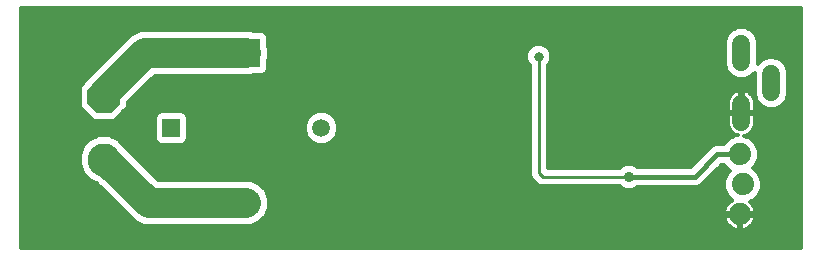
<source format=gbl>
G75*
%MOIN*%
%OFA0B0*%
%FSLAX25Y25*%
%IPPOS*%
%LPD*%
%AMOC8*
5,1,8,0,0,1.08239X$1,22.5*
%
%ADD10C,0.06000*%
%ADD11R,0.05937X0.05937*%
%ADD12C,0.05937*%
%ADD13R,0.09449X0.09449*%
%ADD14C,0.09449*%
%ADD15OC8,0.11000*%
%ADD16C,0.11000*%
%ADD17C,0.07400*%
%ADD18C,0.03200*%
%ADD19C,0.01200*%
%ADD20C,0.01000*%
%ADD21C,0.03562*%
%ADD22C,0.01600*%
%ADD23C,0.10000*%
D10*
X0253300Y0043600D02*
X0253300Y0049600D01*
X0263300Y0053600D02*
X0263300Y0059600D01*
X0253300Y0063600D02*
X0253300Y0069600D01*
D11*
X0063300Y0041600D03*
D12*
X0113300Y0041600D03*
D13*
X0088300Y0066600D03*
D14*
X0088300Y0016600D03*
D15*
X0040800Y0052100D03*
D16*
X0040800Y0031100D03*
D17*
X0252800Y0032850D03*
X0253800Y0022850D03*
X0252800Y0012850D03*
D18*
X0147050Y0024100D03*
X0120800Y0014100D03*
X0215800Y0046600D03*
X0193300Y0056600D03*
X0185800Y0065350D03*
X0178300Y0065350D03*
X0168300Y0065350D03*
D19*
X0273300Y0001600D02*
X0013300Y0001600D01*
X0013300Y0081600D01*
X0273300Y0081600D01*
X0273300Y0001600D01*
X0013300Y0001600D01*
X0013300Y0002799D02*
X0273300Y0002799D01*
X0273300Y0003997D02*
X0013300Y0003997D01*
X0013300Y0005196D02*
X0273300Y0005196D01*
X0273300Y0006394D02*
X0013300Y0006394D01*
X0013300Y0007593D02*
X0252114Y0007593D01*
X0252383Y0007550D02*
X0252400Y0007550D01*
X0252400Y0012450D01*
X0253200Y0012450D01*
X0253200Y0013250D01*
X0258100Y0013250D01*
X0258100Y0013267D01*
X0257969Y0014091D01*
X0257712Y0014884D01*
X0257333Y0015628D01*
X0256843Y0016303D01*
X0256253Y0016893D01*
X0256117Y0016991D01*
X0257369Y0017509D01*
X0259141Y0019281D01*
X0260100Y0021597D01*
X0260100Y0024103D01*
X0259141Y0026419D01*
X0257369Y0028191D01*
X0257144Y0028284D01*
X0258141Y0029281D01*
X0259100Y0031597D01*
X0259100Y0034103D01*
X0258141Y0036419D01*
X0256369Y0038191D01*
X0254207Y0039086D01*
X0254377Y0039113D01*
X0255066Y0039337D01*
X0255711Y0039666D01*
X0256297Y0040091D01*
X0256809Y0040603D01*
X0257234Y0041189D01*
X0257563Y0041834D01*
X0257787Y0042523D01*
X0257900Y0043238D01*
X0257900Y0046200D01*
X0253700Y0046200D01*
X0253700Y0047000D01*
X0252900Y0047000D01*
X0252900Y0054194D01*
X0252223Y0054087D01*
X0251534Y0053863D01*
X0250889Y0053534D01*
X0250303Y0053109D01*
X0249791Y0052597D01*
X0249366Y0052011D01*
X0249037Y0051366D01*
X0248813Y0050677D01*
X0248700Y0049962D01*
X0248700Y0047000D01*
X0252900Y0047000D01*
X0252900Y0046200D01*
X0248700Y0046200D01*
X0248700Y0043238D01*
X0248813Y0042523D01*
X0249037Y0041834D01*
X0249366Y0041189D01*
X0249791Y0040603D01*
X0250303Y0040091D01*
X0250889Y0039666D01*
X0251534Y0039337D01*
X0252110Y0039150D01*
X0251547Y0039150D01*
X0249231Y0038191D01*
X0247459Y0036419D01*
X0247389Y0036250D01*
X0244624Y0036250D01*
X0243374Y0035732D01*
X0242418Y0034776D01*
X0236392Y0028750D01*
X0218596Y0028750D01*
X0218282Y0029064D01*
X0216671Y0029731D01*
X0214929Y0029731D01*
X0213318Y0029064D01*
X0212704Y0028450D01*
X0188900Y0028450D01*
X0188900Y0062510D01*
X0189361Y0062971D01*
X0190000Y0064515D01*
X0190000Y0066185D01*
X0189361Y0067729D01*
X0188179Y0068911D01*
X0186635Y0069550D01*
X0184965Y0069550D01*
X0183421Y0068911D01*
X0182239Y0067729D01*
X0181600Y0066185D01*
X0181600Y0064515D01*
X0182239Y0062971D01*
X0182700Y0062510D01*
X0182700Y0025983D01*
X0183172Y0024844D01*
X0184044Y0023972D01*
X0185294Y0022722D01*
X0186433Y0022250D01*
X0212704Y0022250D01*
X0213318Y0021636D01*
X0214929Y0020969D01*
X0216671Y0020969D01*
X0218282Y0021636D01*
X0218596Y0021950D01*
X0238476Y0021950D01*
X0239726Y0022468D01*
X0246708Y0029450D01*
X0247389Y0029450D01*
X0247459Y0029281D01*
X0249231Y0027509D01*
X0249456Y0027416D01*
X0248459Y0026419D01*
X0247500Y0024103D01*
X0247500Y0021597D01*
X0248459Y0019281D01*
X0250231Y0017509D01*
X0250253Y0017500D01*
X0250022Y0017383D01*
X0249347Y0016893D01*
X0248757Y0016303D01*
X0248267Y0015628D01*
X0247888Y0014884D01*
X0247630Y0014091D01*
X0247500Y0013267D01*
X0247500Y0013250D01*
X0252400Y0013250D01*
X0252400Y0012450D01*
X0247500Y0012450D01*
X0247500Y0012433D01*
X0247630Y0011609D01*
X0247888Y0010816D01*
X0248267Y0010072D01*
X0248757Y0009397D01*
X0249347Y0008807D01*
X0250022Y0008317D01*
X0250766Y0007938D01*
X0251559Y0007680D01*
X0252383Y0007550D01*
X0252400Y0007593D02*
X0253200Y0007593D01*
X0253200Y0007550D02*
X0253217Y0007550D01*
X0254041Y0007680D01*
X0254834Y0007938D01*
X0255578Y0008317D01*
X0256253Y0008807D01*
X0256843Y0009397D01*
X0257333Y0010072D01*
X0257712Y0010816D01*
X0257969Y0011609D01*
X0258100Y0012433D01*
X0258100Y0012450D01*
X0253200Y0012450D01*
X0253200Y0007550D01*
X0253486Y0007593D02*
X0273300Y0007593D01*
X0273300Y0008791D02*
X0256230Y0008791D01*
X0253200Y0008791D02*
X0252400Y0008791D01*
X0249370Y0008791D02*
X0013300Y0008791D01*
X0013300Y0009990D02*
X0051899Y0009990D01*
X0051495Y0010157D02*
X0054288Y0009000D01*
X0089812Y0009000D01*
X0092605Y0010157D01*
X0094743Y0012295D01*
X0095900Y0015088D01*
X0095900Y0018112D01*
X0094743Y0020905D01*
X0092605Y0023043D01*
X0089812Y0024200D01*
X0058948Y0024200D01*
X0047813Y0035335D01*
X0047667Y0035688D01*
X0045388Y0037967D01*
X0042411Y0039200D01*
X0039189Y0039200D01*
X0036212Y0037967D01*
X0033933Y0035688D01*
X0032700Y0032711D01*
X0032700Y0029489D01*
X0033933Y0026512D01*
X0036212Y0024233D01*
X0038272Y0023380D01*
X0049357Y0012295D01*
X0051495Y0010157D01*
X0050464Y0011188D02*
X0013300Y0011188D01*
X0013300Y0012387D02*
X0049265Y0012387D01*
X0048067Y0013585D02*
X0013300Y0013585D01*
X0013300Y0014784D02*
X0046868Y0014784D01*
X0045670Y0015982D02*
X0013300Y0015982D01*
X0013300Y0017181D02*
X0044471Y0017181D01*
X0043273Y0018379D02*
X0013300Y0018379D01*
X0013300Y0019578D02*
X0042074Y0019578D01*
X0040876Y0020776D02*
X0013300Y0020776D01*
X0013300Y0021975D02*
X0039677Y0021975D01*
X0038479Y0023173D02*
X0013300Y0023173D01*
X0013300Y0024372D02*
X0036073Y0024372D01*
X0034875Y0025570D02*
X0013300Y0025570D01*
X0013300Y0026769D02*
X0033827Y0026769D01*
X0033330Y0027967D02*
X0013300Y0027967D01*
X0013300Y0029166D02*
X0032834Y0029166D01*
X0032700Y0030364D02*
X0013300Y0030364D01*
X0013300Y0031563D02*
X0032700Y0031563D01*
X0032721Y0032761D02*
X0013300Y0032761D01*
X0013300Y0033960D02*
X0033217Y0033960D01*
X0033714Y0035158D02*
X0013300Y0035158D01*
X0013300Y0036357D02*
X0034602Y0036357D01*
X0035800Y0037555D02*
X0013300Y0037555D01*
X0013300Y0038754D02*
X0038112Y0038754D01*
X0043488Y0038754D02*
X0057731Y0038754D01*
X0057731Y0038114D02*
X0058127Y0037159D01*
X0058859Y0036427D01*
X0059814Y0036031D01*
X0066786Y0036031D01*
X0067741Y0036427D01*
X0068473Y0037159D01*
X0068868Y0038114D01*
X0068868Y0045086D01*
X0068473Y0046041D01*
X0067741Y0046773D01*
X0066786Y0047168D01*
X0059814Y0047168D01*
X0058859Y0046773D01*
X0058127Y0046041D01*
X0057731Y0045086D01*
X0057731Y0038114D01*
X0057963Y0037555D02*
X0045800Y0037555D01*
X0046998Y0036357D02*
X0059029Y0036357D01*
X0067571Y0036357D02*
X0111407Y0036357D01*
X0112192Y0036031D02*
X0114408Y0036031D01*
X0116454Y0036879D01*
X0118021Y0038446D01*
X0118868Y0040492D01*
X0118868Y0042708D01*
X0118021Y0044754D01*
X0116454Y0046321D01*
X0114408Y0047168D01*
X0112192Y0047168D01*
X0110146Y0046321D01*
X0108579Y0044754D01*
X0107731Y0042708D01*
X0107731Y0040492D01*
X0108579Y0038446D01*
X0110146Y0036879D01*
X0112192Y0036031D01*
X0115193Y0036357D02*
X0182700Y0036357D01*
X0182700Y0035158D02*
X0047990Y0035158D01*
X0049188Y0033960D02*
X0182700Y0033960D01*
X0182700Y0032761D02*
X0050387Y0032761D01*
X0051585Y0031563D02*
X0182700Y0031563D01*
X0182700Y0030364D02*
X0052784Y0030364D01*
X0053982Y0029166D02*
X0182700Y0029166D01*
X0182700Y0027967D02*
X0055181Y0027967D01*
X0056379Y0026769D02*
X0182700Y0026769D01*
X0182871Y0025570D02*
X0057578Y0025570D01*
X0058776Y0024372D02*
X0183644Y0024372D01*
X0184843Y0023173D02*
X0092291Y0023173D01*
X0093673Y0021975D02*
X0212979Y0021975D01*
X0213564Y0029166D02*
X0188900Y0029166D01*
X0188900Y0030364D02*
X0238006Y0030364D01*
X0236807Y0029166D02*
X0218036Y0029166D01*
X0239204Y0031563D02*
X0188900Y0031563D01*
X0188900Y0032761D02*
X0240403Y0032761D01*
X0241601Y0033960D02*
X0188900Y0033960D01*
X0188900Y0035158D02*
X0242800Y0035158D01*
X0247434Y0036357D02*
X0188900Y0036357D01*
X0188900Y0037555D02*
X0248596Y0037555D01*
X0250590Y0038754D02*
X0188900Y0038754D01*
X0188900Y0039952D02*
X0250495Y0039952D01*
X0249393Y0041151D02*
X0188900Y0041151D01*
X0188900Y0042349D02*
X0248870Y0042349D01*
X0248700Y0043548D02*
X0188900Y0043548D01*
X0188900Y0044746D02*
X0248700Y0044746D01*
X0248700Y0045945D02*
X0188900Y0045945D01*
X0188900Y0047143D02*
X0248700Y0047143D01*
X0252900Y0047143D02*
X0253700Y0047143D01*
X0253700Y0047000D02*
X0253700Y0054194D01*
X0254377Y0054087D01*
X0255066Y0053863D01*
X0255711Y0053534D01*
X0256297Y0053109D01*
X0256809Y0052597D01*
X0257234Y0052011D01*
X0257563Y0051366D01*
X0257787Y0050677D01*
X0257900Y0049962D01*
X0257900Y0047000D01*
X0253700Y0047000D01*
X0257900Y0047143D02*
X0273300Y0047143D01*
X0273300Y0045945D02*
X0257900Y0045945D01*
X0257900Y0044746D02*
X0273300Y0044746D01*
X0273300Y0043548D02*
X0257900Y0043548D01*
X0257730Y0042349D02*
X0273300Y0042349D01*
X0273300Y0041151D02*
X0257207Y0041151D01*
X0256105Y0039952D02*
X0273300Y0039952D01*
X0273300Y0038754D02*
X0255009Y0038754D01*
X0257004Y0037555D02*
X0273300Y0037555D01*
X0273300Y0036357D02*
X0258166Y0036357D01*
X0258663Y0035158D02*
X0273300Y0035158D01*
X0273300Y0033960D02*
X0259100Y0033960D01*
X0259100Y0032761D02*
X0273300Y0032761D01*
X0273300Y0031563D02*
X0259086Y0031563D01*
X0258589Y0030364D02*
X0273300Y0030364D01*
X0273300Y0029166D02*
X0258025Y0029166D01*
X0257592Y0027967D02*
X0273300Y0027967D01*
X0273300Y0026769D02*
X0258791Y0026769D01*
X0259492Y0025570D02*
X0273300Y0025570D01*
X0273300Y0024372D02*
X0259989Y0024372D01*
X0260100Y0023173D02*
X0273300Y0023173D01*
X0273300Y0021975D02*
X0260100Y0021975D01*
X0259760Y0020776D02*
X0273300Y0020776D01*
X0273300Y0019578D02*
X0259264Y0019578D01*
X0258239Y0018379D02*
X0273300Y0018379D01*
X0273300Y0017181D02*
X0256576Y0017181D01*
X0257076Y0015982D02*
X0273300Y0015982D01*
X0273300Y0014784D02*
X0257744Y0014784D01*
X0258050Y0013585D02*
X0273300Y0013585D01*
X0273300Y0012387D02*
X0258093Y0012387D01*
X0257833Y0011188D02*
X0273300Y0011188D01*
X0273300Y0009990D02*
X0257273Y0009990D01*
X0253200Y0009990D02*
X0252400Y0009990D01*
X0252400Y0011188D02*
X0253200Y0011188D01*
X0253200Y0012387D02*
X0252400Y0012387D01*
X0247767Y0011188D02*
X0093636Y0011188D01*
X0094781Y0012387D02*
X0247507Y0012387D01*
X0247550Y0013585D02*
X0095277Y0013585D01*
X0095774Y0014784D02*
X0247856Y0014784D01*
X0248524Y0015982D02*
X0095900Y0015982D01*
X0095900Y0017181D02*
X0249744Y0017181D01*
X0249361Y0018379D02*
X0095789Y0018379D01*
X0095293Y0019578D02*
X0248336Y0019578D01*
X0247840Y0020776D02*
X0094796Y0020776D01*
X0092201Y0009990D02*
X0248327Y0009990D01*
X0247500Y0021975D02*
X0238536Y0021975D01*
X0240432Y0023173D02*
X0247500Y0023173D01*
X0247611Y0024372D02*
X0241630Y0024372D01*
X0242829Y0025570D02*
X0248108Y0025570D01*
X0248809Y0026769D02*
X0244027Y0026769D01*
X0245226Y0027967D02*
X0248773Y0027967D01*
X0247575Y0029166D02*
X0246424Y0029166D01*
X0260128Y0048853D02*
X0262186Y0048000D01*
X0264414Y0048000D01*
X0266472Y0048853D01*
X0268047Y0050428D01*
X0268900Y0052486D01*
X0268900Y0060714D01*
X0268047Y0062772D01*
X0266472Y0064347D01*
X0264414Y0065200D01*
X0262186Y0065200D01*
X0260128Y0064347D01*
X0258900Y0063120D01*
X0258900Y0070714D01*
X0258047Y0072772D01*
X0256472Y0074347D01*
X0254414Y0075200D01*
X0252186Y0075200D01*
X0250128Y0074347D01*
X0248553Y0072772D01*
X0247700Y0070714D01*
X0247700Y0062486D01*
X0248553Y0060428D01*
X0250128Y0058853D01*
X0252186Y0058000D01*
X0254414Y0058000D01*
X0256472Y0058853D01*
X0257700Y0060080D01*
X0257700Y0052486D01*
X0258553Y0050428D01*
X0260128Y0048853D01*
X0259440Y0049540D02*
X0257900Y0049540D01*
X0257900Y0048342D02*
X0261361Y0048342D01*
X0265239Y0048342D02*
X0273300Y0048342D01*
X0273300Y0049540D02*
X0267160Y0049540D01*
X0268176Y0050739D02*
X0273300Y0050739D01*
X0273300Y0051937D02*
X0268673Y0051937D01*
X0268900Y0053136D02*
X0273300Y0053136D01*
X0273300Y0054334D02*
X0268900Y0054334D01*
X0268900Y0055533D02*
X0273300Y0055533D01*
X0273300Y0056732D02*
X0268900Y0056732D01*
X0268900Y0057930D02*
X0273300Y0057930D01*
X0273300Y0059129D02*
X0268900Y0059129D01*
X0268900Y0060327D02*
X0273300Y0060327D01*
X0273300Y0061526D02*
X0268564Y0061526D01*
X0268067Y0062724D02*
X0273300Y0062724D01*
X0273300Y0063923D02*
X0266897Y0063923D01*
X0264604Y0065121D02*
X0273300Y0065121D01*
X0273300Y0066320D02*
X0258900Y0066320D01*
X0258900Y0065121D02*
X0261996Y0065121D01*
X0259703Y0063923D02*
X0258900Y0063923D01*
X0248653Y0060327D02*
X0188900Y0060327D01*
X0188900Y0059129D02*
X0249852Y0059129D01*
X0248098Y0061526D02*
X0188900Y0061526D01*
X0189114Y0062724D02*
X0247700Y0062724D01*
X0247700Y0063923D02*
X0189755Y0063923D01*
X0190000Y0065121D02*
X0247700Y0065121D01*
X0247700Y0066320D02*
X0189944Y0066320D01*
X0189448Y0067518D02*
X0247700Y0067518D01*
X0247700Y0068717D02*
X0188373Y0068717D01*
X0183227Y0068717D02*
X0095649Y0068717D01*
X0095624Y0068777D02*
X0095624Y0071842D01*
X0095229Y0072797D01*
X0094497Y0073529D01*
X0093542Y0073924D01*
X0090477Y0073924D01*
X0089812Y0074200D01*
X0053038Y0074200D01*
X0050245Y0073043D01*
X0048107Y0070905D01*
X0034357Y0057155D01*
X0034327Y0057082D01*
X0032700Y0055455D01*
X0032700Y0048745D01*
X0037445Y0044000D01*
X0044155Y0044000D01*
X0048900Y0048745D01*
X0048900Y0050202D01*
X0057698Y0059000D01*
X0089812Y0059000D01*
X0090477Y0059276D01*
X0093542Y0059276D01*
X0094497Y0059671D01*
X0095229Y0060403D01*
X0095624Y0061358D01*
X0095624Y0064423D01*
X0095900Y0065088D01*
X0095900Y0068112D01*
X0095624Y0068777D01*
X0095900Y0067518D02*
X0182152Y0067518D01*
X0181656Y0066320D02*
X0095900Y0066320D01*
X0095900Y0065121D02*
X0181600Y0065121D01*
X0181845Y0063923D02*
X0095624Y0063923D01*
X0095624Y0062724D02*
X0182486Y0062724D01*
X0182700Y0061526D02*
X0095624Y0061526D01*
X0095153Y0060327D02*
X0182700Y0060327D01*
X0182700Y0059129D02*
X0090122Y0059129D01*
X0056628Y0057930D02*
X0182700Y0057930D01*
X0182700Y0056732D02*
X0055430Y0056732D01*
X0054231Y0055533D02*
X0182700Y0055533D01*
X0182700Y0054334D02*
X0053033Y0054334D01*
X0051834Y0053136D02*
X0182700Y0053136D01*
X0182700Y0051937D02*
X0050635Y0051937D01*
X0049437Y0050739D02*
X0182700Y0050739D01*
X0182700Y0049540D02*
X0048900Y0049540D01*
X0048497Y0048342D02*
X0182700Y0048342D01*
X0182700Y0047143D02*
X0114468Y0047143D01*
X0112132Y0047143D02*
X0066846Y0047143D01*
X0068513Y0045945D02*
X0109770Y0045945D01*
X0108576Y0044746D02*
X0068868Y0044746D01*
X0068868Y0043548D02*
X0108080Y0043548D01*
X0107731Y0042349D02*
X0068868Y0042349D01*
X0068868Y0041151D02*
X0107731Y0041151D01*
X0107955Y0039952D02*
X0068868Y0039952D01*
X0068868Y0038754D02*
X0108452Y0038754D01*
X0109470Y0037555D02*
X0068637Y0037555D01*
X0057731Y0039952D02*
X0013300Y0039952D01*
X0013300Y0041151D02*
X0057731Y0041151D01*
X0057731Y0042349D02*
X0013300Y0042349D01*
X0013300Y0043548D02*
X0057731Y0043548D01*
X0057731Y0044746D02*
X0044902Y0044746D01*
X0046100Y0045945D02*
X0058087Y0045945D01*
X0059754Y0047143D02*
X0047299Y0047143D01*
X0036698Y0044746D02*
X0013300Y0044746D01*
X0013300Y0045945D02*
X0035500Y0045945D01*
X0034301Y0047143D02*
X0013300Y0047143D01*
X0013300Y0048342D02*
X0033103Y0048342D01*
X0032700Y0049540D02*
X0013300Y0049540D01*
X0013300Y0050739D02*
X0032700Y0050739D01*
X0032700Y0051937D02*
X0013300Y0051937D01*
X0013300Y0053136D02*
X0032700Y0053136D01*
X0032700Y0054334D02*
X0013300Y0054334D01*
X0013300Y0055533D02*
X0032778Y0055533D01*
X0033976Y0056732D02*
X0013300Y0056732D01*
X0013300Y0057930D02*
X0035132Y0057930D01*
X0036331Y0059129D02*
X0013300Y0059129D01*
X0013300Y0060327D02*
X0037529Y0060327D01*
X0038728Y0061526D02*
X0013300Y0061526D01*
X0013300Y0062724D02*
X0039926Y0062724D01*
X0041125Y0063923D02*
X0013300Y0063923D01*
X0013300Y0065121D02*
X0042323Y0065121D01*
X0043522Y0066320D02*
X0013300Y0066320D01*
X0013300Y0067518D02*
X0044720Y0067518D01*
X0045919Y0068717D02*
X0013300Y0068717D01*
X0013300Y0069915D02*
X0047117Y0069915D01*
X0048316Y0071114D02*
X0013300Y0071114D01*
X0013300Y0072312D02*
X0049514Y0072312D01*
X0051374Y0073511D02*
X0013300Y0073511D01*
X0013300Y0074709D02*
X0251001Y0074709D01*
X0249291Y0073511D02*
X0094515Y0073511D01*
X0095429Y0072312D02*
X0248362Y0072312D01*
X0247866Y0071114D02*
X0095624Y0071114D01*
X0095624Y0069915D02*
X0247700Y0069915D01*
X0258238Y0072312D02*
X0273300Y0072312D01*
X0273300Y0071114D02*
X0258734Y0071114D01*
X0258900Y0069915D02*
X0273300Y0069915D01*
X0273300Y0068717D02*
X0258900Y0068717D01*
X0258900Y0067518D02*
X0273300Y0067518D01*
X0273300Y0073511D02*
X0257309Y0073511D01*
X0255599Y0074709D02*
X0273300Y0074709D01*
X0273300Y0075908D02*
X0013300Y0075908D01*
X0013300Y0077106D02*
X0273300Y0077106D01*
X0273300Y0078305D02*
X0013300Y0078305D01*
X0013300Y0079503D02*
X0273300Y0079503D01*
X0273300Y0080702D02*
X0013300Y0080702D01*
X0116830Y0045945D02*
X0182700Y0045945D01*
X0182700Y0044746D02*
X0118024Y0044746D01*
X0118520Y0043548D02*
X0182700Y0043548D01*
X0182700Y0042349D02*
X0118868Y0042349D01*
X0118868Y0041151D02*
X0182700Y0041151D01*
X0182700Y0039952D02*
X0118645Y0039952D01*
X0118148Y0038754D02*
X0182700Y0038754D01*
X0182700Y0037555D02*
X0117130Y0037555D01*
X0188900Y0048342D02*
X0248700Y0048342D01*
X0248700Y0049540D02*
X0188900Y0049540D01*
X0188900Y0050739D02*
X0248833Y0050739D01*
X0252900Y0050739D02*
X0253700Y0050739D01*
X0253700Y0049540D02*
X0252900Y0049540D01*
X0252900Y0048342D02*
X0253700Y0048342D01*
X0257767Y0050739D02*
X0258424Y0050739D01*
X0257927Y0051937D02*
X0257272Y0051937D01*
X0257700Y0053136D02*
X0256259Y0053136D01*
X0253700Y0053136D02*
X0252900Y0053136D01*
X0252900Y0051937D02*
X0253700Y0051937D01*
X0250341Y0053136D02*
X0188900Y0053136D01*
X0188900Y0051937D02*
X0249328Y0051937D01*
X0257700Y0054334D02*
X0188900Y0054334D01*
X0188900Y0055533D02*
X0257700Y0055533D01*
X0257700Y0056732D02*
X0188900Y0056732D01*
X0188900Y0057930D02*
X0257700Y0057930D01*
X0257700Y0059129D02*
X0256748Y0059129D01*
D20*
X0185800Y0065350D02*
X0185800Y0049100D01*
X0185800Y0031600D01*
X0185800Y0026600D01*
X0187050Y0025350D01*
X0215800Y0025350D01*
D21*
X0215800Y0025350D03*
D22*
X0237800Y0025350D01*
X0245300Y0032850D01*
X0252800Y0032850D01*
D23*
X0088300Y0016600D02*
X0055800Y0016600D01*
X0041300Y0031100D01*
X0040800Y0031100D01*
X0040800Y0052100D02*
X0040800Y0052850D01*
X0054550Y0066600D01*
X0088300Y0066600D01*
M02*

</source>
